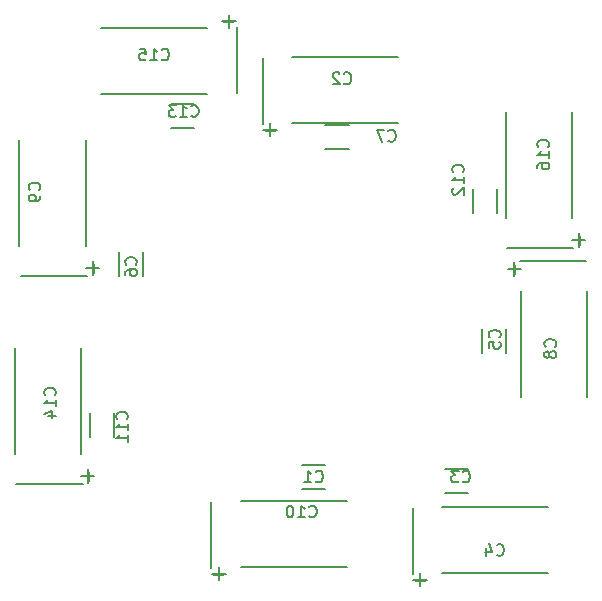
<source format=gbr>
G04 #@! TF.FileFunction,Legend,Bot*
%FSLAX46Y46*%
G04 Gerber Fmt 4.6, Leading zero omitted, Abs format (unit mm)*
G04 Created by KiCad (PCBNEW 4.0.4-snap1-stable) date Wed Apr 29 16:08:13 2020*
%MOMM*%
%LPD*%
G01*
G04 APERTURE LIST*
%ADD10C,0.100000*%
%ADD11C,0.150000*%
G04 APERTURE END LIST*
D10*
D11*
X186400000Y-111925000D02*
X184400000Y-111925000D01*
X184400000Y-109875000D02*
X186400000Y-109875000D01*
X181099760Y-81000680D02*
X181099760Y-75402520D01*
X183599120Y-75300920D02*
X192600880Y-75300920D01*
X192600880Y-80899080D02*
X183599120Y-80899080D01*
X181747460Y-82001440D02*
X181747460Y-80901620D01*
X181148020Y-81501060D02*
X182346900Y-81501060D01*
X198500000Y-112225000D02*
X196500000Y-112225000D01*
X196500000Y-110175000D02*
X198500000Y-110175000D01*
X193799760Y-119100680D02*
X193799760Y-113502520D01*
X196299120Y-113400920D02*
X205300880Y-113400920D01*
X205300880Y-118999080D02*
X196299120Y-118999080D01*
X194447460Y-120101440D02*
X194447460Y-119001620D01*
X193848020Y-119601060D02*
X195046900Y-119601060D01*
X199645000Y-100350000D02*
X199645000Y-98350000D01*
X201695000Y-98350000D02*
X201695000Y-100350000D01*
X170985000Y-91840000D02*
X170985000Y-93840000D01*
X168935000Y-93840000D02*
X168935000Y-91840000D01*
X188400000Y-83125000D02*
X186400000Y-83125000D01*
X186400000Y-81075000D02*
X188400000Y-81075000D01*
X202849320Y-92629760D02*
X208447480Y-92629760D01*
X208549080Y-95129120D02*
X208549080Y-104130880D01*
X202950920Y-104130880D02*
X202950920Y-95129120D01*
X201848560Y-93277460D02*
X202948380Y-93277460D01*
X202348940Y-92678020D02*
X202348940Y-93876900D01*
X166210680Y-93860240D02*
X160612520Y-93860240D01*
X160510920Y-91360880D02*
X160510920Y-82359120D01*
X166109080Y-82359120D02*
X166109080Y-91360880D01*
X167211440Y-93212540D02*
X166111620Y-93212540D01*
X166711060Y-93811980D02*
X166711060Y-92613100D01*
X176729760Y-118630680D02*
X176729760Y-113032520D01*
X179229120Y-112930920D02*
X188230880Y-112930920D01*
X188230880Y-118529080D02*
X179229120Y-118529080D01*
X177377460Y-119631440D02*
X177377460Y-118531620D01*
X176778020Y-119131060D02*
X177976900Y-119131060D01*
X168525000Y-105500000D02*
X168525000Y-107500000D01*
X166475000Y-107500000D02*
X166475000Y-105500000D01*
X200925000Y-86500000D02*
X200925000Y-88500000D01*
X198875000Y-88500000D02*
X198875000Y-86500000D01*
X173300000Y-79275000D02*
X175300000Y-79275000D01*
X175300000Y-81325000D02*
X173300000Y-81325000D01*
X165850680Y-111460240D02*
X160252520Y-111460240D01*
X160150920Y-108960880D02*
X160150920Y-99959120D01*
X165749080Y-99959120D02*
X165749080Y-108960880D01*
X166851440Y-110812540D02*
X165751620Y-110812540D01*
X166351060Y-111411980D02*
X166351060Y-110213100D01*
X178900240Y-72799320D02*
X178900240Y-78397480D01*
X176400880Y-78499080D02*
X167399120Y-78499080D01*
X167399120Y-72900920D02*
X176400880Y-72900920D01*
X178252540Y-71798560D02*
X178252540Y-72898380D01*
X178851980Y-72298940D02*
X177653100Y-72298940D01*
X207400680Y-91500240D02*
X201802520Y-91500240D01*
X201700920Y-89000880D02*
X201700920Y-79999120D01*
X207299080Y-79999120D02*
X207299080Y-89000880D01*
X208401440Y-90852540D02*
X207301620Y-90852540D01*
X207901060Y-91451980D02*
X207901060Y-90253100D01*
X185586666Y-111257143D02*
X185634285Y-111304762D01*
X185777142Y-111352381D01*
X185872380Y-111352381D01*
X186015238Y-111304762D01*
X186110476Y-111209524D01*
X186158095Y-111114286D01*
X186205714Y-110923810D01*
X186205714Y-110780952D01*
X186158095Y-110590476D01*
X186110476Y-110495238D01*
X186015238Y-110400000D01*
X185872380Y-110352381D01*
X185777142Y-110352381D01*
X185634285Y-110400000D01*
X185586666Y-110447619D01*
X184634285Y-111352381D02*
X185205714Y-111352381D01*
X184920000Y-111352381D02*
X184920000Y-110352381D01*
X185015238Y-110495238D01*
X185110476Y-110590476D01*
X185205714Y-110638095D01*
X187966666Y-77537143D02*
X188014285Y-77584762D01*
X188157142Y-77632381D01*
X188252380Y-77632381D01*
X188395238Y-77584762D01*
X188490476Y-77489524D01*
X188538095Y-77394286D01*
X188585714Y-77203810D01*
X188585714Y-77060952D01*
X188538095Y-76870476D01*
X188490476Y-76775238D01*
X188395238Y-76680000D01*
X188252380Y-76632381D01*
X188157142Y-76632381D01*
X188014285Y-76680000D01*
X187966666Y-76727619D01*
X187585714Y-76727619D02*
X187538095Y-76680000D01*
X187442857Y-76632381D01*
X187204761Y-76632381D01*
X187109523Y-76680000D01*
X187061904Y-76727619D01*
X187014285Y-76822857D01*
X187014285Y-76918095D01*
X187061904Y-77060952D01*
X187633333Y-77632381D01*
X187014285Y-77632381D01*
X182130952Y-81569949D02*
X181369047Y-81569949D01*
X181749999Y-81950901D02*
X181749999Y-81188996D01*
X198026666Y-111257143D02*
X198074285Y-111304762D01*
X198217142Y-111352381D01*
X198312380Y-111352381D01*
X198455238Y-111304762D01*
X198550476Y-111209524D01*
X198598095Y-111114286D01*
X198645714Y-110923810D01*
X198645714Y-110780952D01*
X198598095Y-110590476D01*
X198550476Y-110495238D01*
X198455238Y-110400000D01*
X198312380Y-110352381D01*
X198217142Y-110352381D01*
X198074285Y-110400000D01*
X198026666Y-110447619D01*
X197693333Y-110352381D02*
X197074285Y-110352381D01*
X197407619Y-110733333D01*
X197264761Y-110733333D01*
X197169523Y-110780952D01*
X197121904Y-110828571D01*
X197074285Y-110923810D01*
X197074285Y-111161905D01*
X197121904Y-111257143D01*
X197169523Y-111304762D01*
X197264761Y-111352381D01*
X197550476Y-111352381D01*
X197645714Y-111304762D01*
X197693333Y-111257143D01*
X200906666Y-117467143D02*
X200954285Y-117514762D01*
X201097142Y-117562381D01*
X201192380Y-117562381D01*
X201335238Y-117514762D01*
X201430476Y-117419524D01*
X201478095Y-117324286D01*
X201525714Y-117133810D01*
X201525714Y-116990952D01*
X201478095Y-116800476D01*
X201430476Y-116705238D01*
X201335238Y-116610000D01*
X201192380Y-116562381D01*
X201097142Y-116562381D01*
X200954285Y-116610000D01*
X200906666Y-116657619D01*
X200049523Y-116895714D02*
X200049523Y-117562381D01*
X200287619Y-116514762D02*
X200525714Y-117229048D01*
X199906666Y-117229048D01*
X194830952Y-119669949D02*
X194069047Y-119669949D01*
X194449999Y-120050901D02*
X194449999Y-119288996D01*
X201147143Y-99063334D02*
X201194762Y-99015715D01*
X201242381Y-98872858D01*
X201242381Y-98777620D01*
X201194762Y-98634762D01*
X201099524Y-98539524D01*
X201004286Y-98491905D01*
X200813810Y-98444286D01*
X200670952Y-98444286D01*
X200480476Y-98491905D01*
X200385238Y-98539524D01*
X200290000Y-98634762D01*
X200242381Y-98777620D01*
X200242381Y-98872858D01*
X200290000Y-99015715D01*
X200337619Y-99063334D01*
X200242381Y-99968096D02*
X200242381Y-99491905D01*
X200718571Y-99444286D01*
X200670952Y-99491905D01*
X200623333Y-99587143D01*
X200623333Y-99825239D01*
X200670952Y-99920477D01*
X200718571Y-99968096D01*
X200813810Y-100015715D01*
X201051905Y-100015715D01*
X201147143Y-99968096D01*
X201194762Y-99920477D01*
X201242381Y-99825239D01*
X201242381Y-99587143D01*
X201194762Y-99491905D01*
X201147143Y-99444286D01*
X170357143Y-92903334D02*
X170404762Y-92855715D01*
X170452381Y-92712858D01*
X170452381Y-92617620D01*
X170404762Y-92474762D01*
X170309524Y-92379524D01*
X170214286Y-92331905D01*
X170023810Y-92284286D01*
X169880952Y-92284286D01*
X169690476Y-92331905D01*
X169595238Y-92379524D01*
X169500000Y-92474762D01*
X169452381Y-92617620D01*
X169452381Y-92712858D01*
X169500000Y-92855715D01*
X169547619Y-92903334D01*
X169452381Y-93760477D02*
X169452381Y-93570000D01*
X169500000Y-93474762D01*
X169547619Y-93427143D01*
X169690476Y-93331905D01*
X169880952Y-93284286D01*
X170261905Y-93284286D01*
X170357143Y-93331905D01*
X170404762Y-93379524D01*
X170452381Y-93474762D01*
X170452381Y-93665239D01*
X170404762Y-93760477D01*
X170357143Y-93808096D01*
X170261905Y-93855715D01*
X170023810Y-93855715D01*
X169928571Y-93808096D01*
X169880952Y-93760477D01*
X169833333Y-93665239D01*
X169833333Y-93474762D01*
X169880952Y-93379524D01*
X169928571Y-93331905D01*
X170023810Y-93284286D01*
X191746666Y-82407143D02*
X191794285Y-82454762D01*
X191937142Y-82502381D01*
X192032380Y-82502381D01*
X192175238Y-82454762D01*
X192270476Y-82359524D01*
X192318095Y-82264286D01*
X192365714Y-82073810D01*
X192365714Y-81930952D01*
X192318095Y-81740476D01*
X192270476Y-81645238D01*
X192175238Y-81550000D01*
X192032380Y-81502381D01*
X191937142Y-81502381D01*
X191794285Y-81550000D01*
X191746666Y-81597619D01*
X191413333Y-81502381D02*
X190746666Y-81502381D01*
X191175238Y-82502381D01*
X205857143Y-99853334D02*
X205904762Y-99805715D01*
X205952381Y-99662858D01*
X205952381Y-99567620D01*
X205904762Y-99424762D01*
X205809524Y-99329524D01*
X205714286Y-99281905D01*
X205523810Y-99234286D01*
X205380952Y-99234286D01*
X205190476Y-99281905D01*
X205095238Y-99329524D01*
X205000000Y-99424762D01*
X204952381Y-99567620D01*
X204952381Y-99662858D01*
X205000000Y-99805715D01*
X205047619Y-99853334D01*
X205380952Y-100424762D02*
X205333333Y-100329524D01*
X205285714Y-100281905D01*
X205190476Y-100234286D01*
X205142857Y-100234286D01*
X205047619Y-100281905D01*
X205000000Y-100329524D01*
X204952381Y-100424762D01*
X204952381Y-100615239D01*
X205000000Y-100710477D01*
X205047619Y-100758096D01*
X205142857Y-100805715D01*
X205190476Y-100805715D01*
X205285714Y-100758096D01*
X205333333Y-100710477D01*
X205380952Y-100615239D01*
X205380952Y-100424762D01*
X205428571Y-100329524D01*
X205476190Y-100281905D01*
X205571429Y-100234286D01*
X205761905Y-100234286D01*
X205857143Y-100281905D01*
X205904762Y-100329524D01*
X205952381Y-100424762D01*
X205952381Y-100615239D01*
X205904762Y-100710477D01*
X205857143Y-100758096D01*
X205761905Y-100805715D01*
X205571429Y-100805715D01*
X205476190Y-100758096D01*
X205428571Y-100710477D01*
X205380952Y-100615239D01*
X202422909Y-92899048D02*
X202422909Y-93660953D01*
X202803861Y-93280001D02*
X202041956Y-93280001D01*
X162187143Y-86593334D02*
X162234762Y-86545715D01*
X162282381Y-86402858D01*
X162282381Y-86307620D01*
X162234762Y-86164762D01*
X162139524Y-86069524D01*
X162044286Y-86021905D01*
X161853810Y-85974286D01*
X161710952Y-85974286D01*
X161520476Y-86021905D01*
X161425238Y-86069524D01*
X161330000Y-86164762D01*
X161282381Y-86307620D01*
X161282381Y-86402858D01*
X161330000Y-86545715D01*
X161377619Y-86593334D01*
X162282381Y-87069524D02*
X162282381Y-87260000D01*
X162234762Y-87355239D01*
X162187143Y-87402858D01*
X162044286Y-87498096D01*
X161853810Y-87545715D01*
X161472857Y-87545715D01*
X161377619Y-87498096D01*
X161330000Y-87450477D01*
X161282381Y-87355239D01*
X161282381Y-87164762D01*
X161330000Y-87069524D01*
X161377619Y-87021905D01*
X161472857Y-86974286D01*
X161710952Y-86974286D01*
X161806190Y-87021905D01*
X161853810Y-87069524D01*
X161901429Y-87164762D01*
X161901429Y-87355239D01*
X161853810Y-87450477D01*
X161806190Y-87498096D01*
X161710952Y-87545715D01*
X166779949Y-92829048D02*
X166779949Y-93590953D01*
X167160901Y-93210001D02*
X166398996Y-93210001D01*
X185042857Y-114217143D02*
X185090476Y-114264762D01*
X185233333Y-114312381D01*
X185328571Y-114312381D01*
X185471429Y-114264762D01*
X185566667Y-114169524D01*
X185614286Y-114074286D01*
X185661905Y-113883810D01*
X185661905Y-113740952D01*
X185614286Y-113550476D01*
X185566667Y-113455238D01*
X185471429Y-113360000D01*
X185328571Y-113312381D01*
X185233333Y-113312381D01*
X185090476Y-113360000D01*
X185042857Y-113407619D01*
X184090476Y-114312381D02*
X184661905Y-114312381D01*
X184376191Y-114312381D02*
X184376191Y-113312381D01*
X184471429Y-113455238D01*
X184566667Y-113550476D01*
X184661905Y-113598095D01*
X183471429Y-113312381D02*
X183376190Y-113312381D01*
X183280952Y-113360000D01*
X183233333Y-113407619D01*
X183185714Y-113502857D01*
X183138095Y-113693333D01*
X183138095Y-113931429D01*
X183185714Y-114121905D01*
X183233333Y-114217143D01*
X183280952Y-114264762D01*
X183376190Y-114312381D01*
X183471429Y-114312381D01*
X183566667Y-114264762D01*
X183614286Y-114217143D01*
X183661905Y-114121905D01*
X183709524Y-113931429D01*
X183709524Y-113693333D01*
X183661905Y-113502857D01*
X183614286Y-113407619D01*
X183566667Y-113360000D01*
X183471429Y-113312381D01*
X177760952Y-119199949D02*
X176999047Y-119199949D01*
X177379999Y-119580901D02*
X177379999Y-118818996D01*
X169607143Y-105997143D02*
X169654762Y-105949524D01*
X169702381Y-105806667D01*
X169702381Y-105711429D01*
X169654762Y-105568571D01*
X169559524Y-105473333D01*
X169464286Y-105425714D01*
X169273810Y-105378095D01*
X169130952Y-105378095D01*
X168940476Y-105425714D01*
X168845238Y-105473333D01*
X168750000Y-105568571D01*
X168702381Y-105711429D01*
X168702381Y-105806667D01*
X168750000Y-105949524D01*
X168797619Y-105997143D01*
X169702381Y-106949524D02*
X169702381Y-106378095D01*
X169702381Y-106663809D02*
X168702381Y-106663809D01*
X168845238Y-106568571D01*
X168940476Y-106473333D01*
X168988095Y-106378095D01*
X169702381Y-107901905D02*
X169702381Y-107330476D01*
X169702381Y-107616190D02*
X168702381Y-107616190D01*
X168845238Y-107520952D01*
X168940476Y-107425714D01*
X168988095Y-107330476D01*
X198037143Y-85087143D02*
X198084762Y-85039524D01*
X198132381Y-84896667D01*
X198132381Y-84801429D01*
X198084762Y-84658571D01*
X197989524Y-84563333D01*
X197894286Y-84515714D01*
X197703810Y-84468095D01*
X197560952Y-84468095D01*
X197370476Y-84515714D01*
X197275238Y-84563333D01*
X197180000Y-84658571D01*
X197132381Y-84801429D01*
X197132381Y-84896667D01*
X197180000Y-85039524D01*
X197227619Y-85087143D01*
X198132381Y-86039524D02*
X198132381Y-85468095D01*
X198132381Y-85753809D02*
X197132381Y-85753809D01*
X197275238Y-85658571D01*
X197370476Y-85563333D01*
X197418095Y-85468095D01*
X197227619Y-86420476D02*
X197180000Y-86468095D01*
X197132381Y-86563333D01*
X197132381Y-86801429D01*
X197180000Y-86896667D01*
X197227619Y-86944286D01*
X197322857Y-86991905D01*
X197418095Y-86991905D01*
X197560952Y-86944286D01*
X198132381Y-86372857D01*
X198132381Y-86991905D01*
X175052857Y-80307143D02*
X175100476Y-80354762D01*
X175243333Y-80402381D01*
X175338571Y-80402381D01*
X175481429Y-80354762D01*
X175576667Y-80259524D01*
X175624286Y-80164286D01*
X175671905Y-79973810D01*
X175671905Y-79830952D01*
X175624286Y-79640476D01*
X175576667Y-79545238D01*
X175481429Y-79450000D01*
X175338571Y-79402381D01*
X175243333Y-79402381D01*
X175100476Y-79450000D01*
X175052857Y-79497619D01*
X174100476Y-80402381D02*
X174671905Y-80402381D01*
X174386191Y-80402381D02*
X174386191Y-79402381D01*
X174481429Y-79545238D01*
X174576667Y-79640476D01*
X174671905Y-79688095D01*
X173767143Y-79402381D02*
X173148095Y-79402381D01*
X173481429Y-79783333D01*
X173338571Y-79783333D01*
X173243333Y-79830952D01*
X173195714Y-79878571D01*
X173148095Y-79973810D01*
X173148095Y-80211905D01*
X173195714Y-80307143D01*
X173243333Y-80354762D01*
X173338571Y-80402381D01*
X173624286Y-80402381D01*
X173719524Y-80354762D01*
X173767143Y-80307143D01*
X163507143Y-103957143D02*
X163554762Y-103909524D01*
X163602381Y-103766667D01*
X163602381Y-103671429D01*
X163554762Y-103528571D01*
X163459524Y-103433333D01*
X163364286Y-103385714D01*
X163173810Y-103338095D01*
X163030952Y-103338095D01*
X162840476Y-103385714D01*
X162745238Y-103433333D01*
X162650000Y-103528571D01*
X162602381Y-103671429D01*
X162602381Y-103766667D01*
X162650000Y-103909524D01*
X162697619Y-103957143D01*
X163602381Y-104909524D02*
X163602381Y-104338095D01*
X163602381Y-104623809D02*
X162602381Y-104623809D01*
X162745238Y-104528571D01*
X162840476Y-104433333D01*
X162888095Y-104338095D01*
X162935714Y-105766667D02*
X163602381Y-105766667D01*
X162554762Y-105528571D02*
X163269048Y-105290476D01*
X163269048Y-105909524D01*
X166419949Y-110429048D02*
X166419949Y-111190953D01*
X166800901Y-110810001D02*
X166038996Y-110810001D01*
X172552857Y-75517143D02*
X172600476Y-75564762D01*
X172743333Y-75612381D01*
X172838571Y-75612381D01*
X172981429Y-75564762D01*
X173076667Y-75469524D01*
X173124286Y-75374286D01*
X173171905Y-75183810D01*
X173171905Y-75040952D01*
X173124286Y-74850476D01*
X173076667Y-74755238D01*
X172981429Y-74660000D01*
X172838571Y-74612381D01*
X172743333Y-74612381D01*
X172600476Y-74660000D01*
X172552857Y-74707619D01*
X171600476Y-75612381D02*
X172171905Y-75612381D01*
X171886191Y-75612381D02*
X171886191Y-74612381D01*
X171981429Y-74755238D01*
X172076667Y-74850476D01*
X172171905Y-74898095D01*
X170695714Y-74612381D02*
X171171905Y-74612381D01*
X171219524Y-75088571D01*
X171171905Y-75040952D01*
X171076667Y-74993333D01*
X170838571Y-74993333D01*
X170743333Y-75040952D01*
X170695714Y-75088571D01*
X170648095Y-75183810D01*
X170648095Y-75421905D01*
X170695714Y-75517143D01*
X170743333Y-75564762D01*
X170838571Y-75612381D01*
X171076667Y-75612381D01*
X171171905Y-75564762D01*
X171219524Y-75517143D01*
X178630952Y-72372909D02*
X177869047Y-72372909D01*
X178249999Y-72753861D02*
X178249999Y-71991956D01*
X205257143Y-82947143D02*
X205304762Y-82899524D01*
X205352381Y-82756667D01*
X205352381Y-82661429D01*
X205304762Y-82518571D01*
X205209524Y-82423333D01*
X205114286Y-82375714D01*
X204923810Y-82328095D01*
X204780952Y-82328095D01*
X204590476Y-82375714D01*
X204495238Y-82423333D01*
X204400000Y-82518571D01*
X204352381Y-82661429D01*
X204352381Y-82756667D01*
X204400000Y-82899524D01*
X204447619Y-82947143D01*
X205352381Y-83899524D02*
X205352381Y-83328095D01*
X205352381Y-83613809D02*
X204352381Y-83613809D01*
X204495238Y-83518571D01*
X204590476Y-83423333D01*
X204638095Y-83328095D01*
X204352381Y-84756667D02*
X204352381Y-84566190D01*
X204400000Y-84470952D01*
X204447619Y-84423333D01*
X204590476Y-84328095D01*
X204780952Y-84280476D01*
X205161905Y-84280476D01*
X205257143Y-84328095D01*
X205304762Y-84375714D01*
X205352381Y-84470952D01*
X205352381Y-84661429D01*
X205304762Y-84756667D01*
X205257143Y-84804286D01*
X205161905Y-84851905D01*
X204923810Y-84851905D01*
X204828571Y-84804286D01*
X204780952Y-84756667D01*
X204733333Y-84661429D01*
X204733333Y-84470952D01*
X204780952Y-84375714D01*
X204828571Y-84328095D01*
X204923810Y-84280476D01*
X207969949Y-90469048D02*
X207969949Y-91230953D01*
X208350901Y-90850001D02*
X207588996Y-90850001D01*
M02*

</source>
